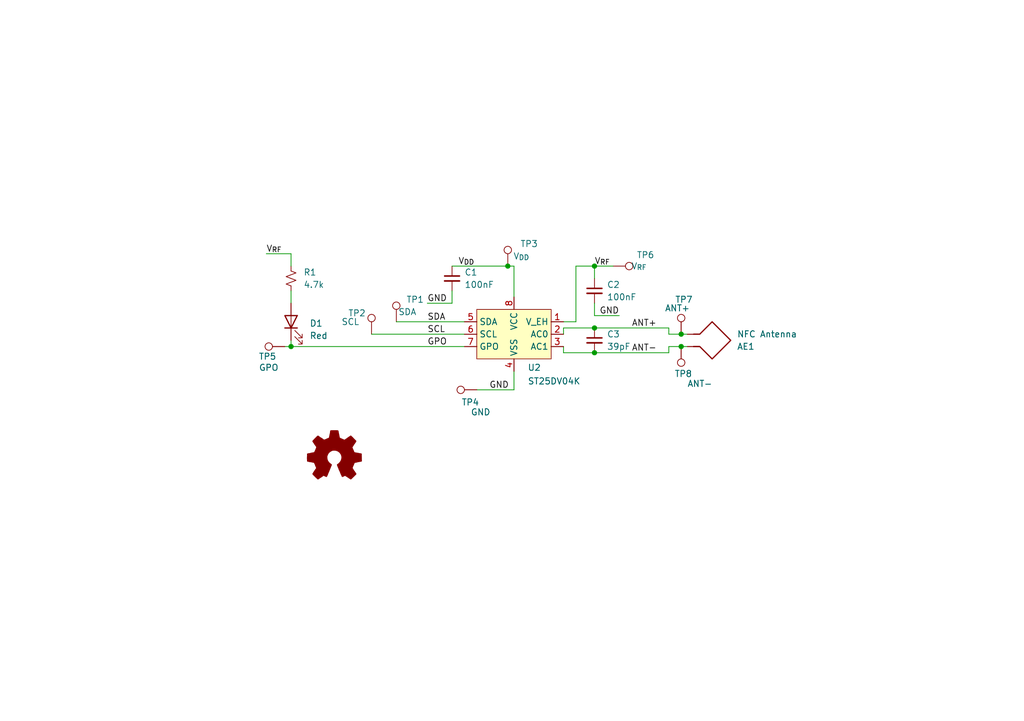
<source format=kicad_sch>
(kicad_sch (version 20231120) (generator "eeschema") (generator_version "8.0")
  (paper "A5")
  (title_block (title "Business Card") (date "2024-05-19") (rev "1") (company "Crab Labs") (comment 1 "Author: Orion Serup") (comment 2 "License: CC BY-SA 4.0"))
  (lib_symbols
    (symbol "Connector:TestPoint" (pin_numbers hide) (pin_names (offset 0.762) hide)
      (property "Reference" "TP" (at 0 6.858 0))
      (property "Value" "TestPoint" (at 0 5.08 0))
      (symbol "TestPoint_0_1"
        (circle (center 0 3.302) (radius 0.762))
      )
      (symbol "TestPoint_1_1"
        (pin passive line (at 0 0 90) (length 2.54) (name "1") (number "1"))
      )
    )
    (symbol "Device:Antenna_Loop" (pin_numbers hide) (pin_names (offset 1.016) hide)
      (property "Reference" "AE" (at 1.27 6.35 0))
      (property "Value" "Antenna_Loop" (at 1.27 5.08 0))
      (symbol "Antenna_Loop_0_1"
        (polyline (pts (xy 2.54 -3.81) (xy 2.54 -2.54) (xy 5.08 0) (xy 1.27 3.81) (xy -2.54 0) (xy 0 -2.54) (xy 0 -3.81)) (stroke (width 0.254)))
      )
      (symbol "Antenna_Loop_1_1"
        (pin input line (at 0 -5.08 90) (length 2.54) (name "~") (number "1"))
        (pin input line (at 2.54 -5.08 90) (length 2.54) (name "~") (number "2"))
      )
    )
    (symbol "Device:C_Small" (pin_numbers hide) (pin_names (offset 0.254) hide)
      (property "Reference" "C" (at 0.254 1.778 0))
      (property "Value" "C_Small" (at 0.254 -2.032 0))
      (symbol "C_Small_0_1"
        (polyline (pts (xy -1.524 -0.508) (xy 1.524 -0.508)) (stroke (width 0.3302)))
        (polyline (pts (xy -1.524 0.508) (xy 1.524 0.508)) (stroke (width 0.3048)))
      )
      (symbol "C_Small_1_1"
        (pin passive line (at 0 2.54 270) (length 2.032) (name "~") (number "1"))
        (pin passive line (at 0 -2.54 90) (length 2.032) (name "~") (number "2"))
      )
    )
    (symbol "Device:LED" (pin_numbers hide) (pin_names (offset 1.016) hide)
      (property "Reference" "D" (at 0 2.54 0))
      (property "Value" "LED" (at 0 -2.54 0))
      (symbol "LED_0_1"
        (polyline (pts (xy -1.27 -1.27) (xy -1.27 1.27)) (stroke (width 0.254)))
        (polyline (pts (xy -1.27 0) (xy 1.27 0)))
        (polyline (pts (xy 1.27 -1.27) (xy 1.27 1.27) (xy -1.27 0) (xy 1.27 -1.27)) (stroke (width 0.254)))
        (polyline (pts (xy -3.048 -0.762) (xy -4.572 -2.286) (xy -3.81 -2.286) (xy -4.572 -2.286) (xy -4.572 -1.524)))
        (polyline (pts (xy -1.778 -0.762) (xy -3.302 -2.286) (xy -2.54 -2.286) (xy -3.302 -2.286) (xy -3.302 -1.524)))
      )
      (symbol "LED_1_1"
        (pin passive line (at -3.81 0 0) (length 2.54) (name "K") (number "1"))
        (pin passive line (at 3.81 0 180) (length 2.54) (name "A") (number "2"))
      )
    )
    (symbol "Device:R_Small_US" (pin_numbers hide) (pin_names (offset 0.254) hide)
      (property "Reference" "R" (at 0.762 0.508 0))
      (property "Value" "R_Small_US" (at 0.762 -1.016 0))
      (symbol "R_Small_US_1_1"
        (polyline (pts (xy 0 0) (xy 1.016 -0.381) (xy 0 -0.762) (xy -1.016 -1.143) (xy 0 -1.524)))
        (polyline (pts (xy 0 1.524) (xy 1.016 1.143) (xy 0 0.762) (xy -1.016 0.381) (xy 0 0)))
        (pin passive line (at 0 2.54 270) (length 1.016) (name "~") (number "1"))
        (pin passive line (at 0 -2.54 90) (length 1.016) (name "~") (number "2"))
      )
    )
    (symbol "Graphic:Logo_Open_Hardware_Small" (in_bom no) (on_board no)
      (symbol "Logo_Open_Hardware_Small_0_1"
        (polyline (pts (xy 3.3528 -4.3434) (xy 3.302 -4.318) (xy 3.175 -4.2418) (xy 2.9972 -4.1148) (xy 2.7686 -3.9624) (xy 2.54 -3.81) (xy 2.3622 -3.7084) (xy 2.2352 -3.6068) (xy 2.1844 -3.5814) (xy 2.159 -3.6068) (xy 2.0574 -3.6576) (xy 1.905 -3.7338) (xy 1.8034 -3.7846) (xy 1.6764 -3.8354) (xy 1.6002 -3.8354) (xy 1.6002 -3.8354) (xy 1.5494 -3.7338) (xy 1.4732 -3.5306) (xy 1.3462 -3.302) (xy 1.2446 -3.0226) (xy 1.1176 -2.7178) (xy 0.9652 -2.413) (xy 0.8636 -2.1082) (xy 0.7366 -1.8288) (xy 0.6604 -1.6256) (xy 0.6096 -1.4732) (xy 0.5842 -1.397) (xy 0.5842 -1.397) (xy 0.6604 -1.3208) (xy 0.7874 -1.2446) (xy 1.0414 -1.016) (xy 1.2954 -0.6858) (xy 1.4478 -0.3302) (xy 1.524 0.0762) (xy 1.4732 0.4572) (xy 1.3208 0.8128) (xy 1.0668 1.143) (xy 0.762 1.3716) (xy 0.4064 1.524) (xy 0 1.5748) (xy -0.381 1.5494) (xy -0.7366 1.397) (xy -1.0668 1.143) (xy -1.2192 0.9906) (xy -1.397 0.6604) (xy -1.524 0.3048) (xy -1.524 0.2286) (xy -1.4986 -0.1778) (xy -1.397 -0.5334) (xy -1.1938 -0.8636) (xy -0.9144 -1.143) (xy -0.8636 -1.1684) (xy -0.7366 -1.27) (xy -0.635 -1.3462) (xy -0.5842 -1.397) (xy -1.0668 -2.5908) (xy -1.143 -2.794) (xy -1.2954 -3.1242) (xy -1.397 -3.4036) (xy -1.4986 -3.6322) (xy -1.5748 -3.7846) (xy -1.6002 -3.8354) (xy -1.6002 -3.8354) (xy -1.651 -3.8354) (xy -1.7272 -3.81) (xy -1.905 -3.7338) (xy -2.0066 -3.683) (xy -2.1336 -3.6068) (xy -2.2098 -3.5814) (xy -2.2606 -3.6068) (xy -2.3622 -3.683) (xy -2.54 -3.81) (xy -2.7686 -3.9624) (xy -2.9718 -4.0894) (xy -3.1496 -4.2164) (xy -3.302 -4.318) (xy -3.3528 -4.3434) (xy -3.3782 -4.3434) (xy -3.429 -4.318) (xy -3.5306 -4.2164) (xy -3.7084 -4.064) (xy -3.937 -3.8354) (xy -3.9624 -3.81) (xy -4.1656 -3.6068) (xy -4.318 -3.4544) (xy -4.4196 -3.3274) (xy -4.445 -3.2766) (xy -4.445 -3.2766) (xy -4.4196 -3.2258) (xy -4.318 -3.0734) (xy -4.2164 -2.8956) (xy -4.064 -2.667) (xy -3.6576 -2.0828) (xy -3.8862 -1.5494) (xy -3.937 -1.3716) (xy -4.0386 -1.1684) (xy -4.0894 -1.0414) (xy -4.1148 -0.9652) (xy -4.191 -0.9398) (xy -4.318 -0.9144) (xy -4.5466 -0.8636) (xy -4.8006 -0.8128) (xy -5.0546 -0.7874) (xy -5.2578 -0.7366) (xy -5.4356 -0.7112) (xy -5.5118 -0.6858) (xy -5.5118 -0.6858) (xy -5.5372 -0.635) (xy -5.5372 -0.5588) (xy -5.5372 -0.4318) (xy -5.5626 -0.2286) (xy -5.5626 0.0762) (xy -5.5626 0.127) (xy -5.5372 0.4064) (xy -5.5372 0.635) (xy -5.5372 0.762) (xy -5.5372 0.8382) (xy -5.5372 0.8382) (xy -5.461 0.8382) (xy -5.3086 0.889) (xy -5.08 0.9144) (xy -4.826 0.9652) (xy -4.8006 0.9906) (xy -4.5466 1.0414) (xy -4.318 1.0668) (xy -4.1656 1.1176) (xy -4.0894 1.143) (xy -4.0894 1.143) (xy -4.0386 1.2446) (xy -3.9624 1.4224) (xy -3.8608 1.6256) (xy -3.7846 1.8288) (xy -3.7084 2.0066) (xy -3.6576 2.159) (xy -3.6322 2.2098) (xy -3.6322 2.2098) (xy -3.683 2.286) (xy -3.7592 2.413) (xy -3.8862 2.5908) (xy -4.064 2.8194) (xy -4.064 2.8448) (xy -4.2164 3.0734) (xy -4.3434 3.2512) (xy -4.4196 3.3782) (xy -4.445 3.4544) (xy -4.445 3.4544) (xy -4.3942 3.5052) (xy -4.2926 3.6322) (xy -4.1148 3.81) (xy -3.937 4.0132) (xy -3.8608 4.064) (xy -3.6576 4.2926) (xy -3.5052 4.4196) (xy -3.4036 4.4958) (xy -3.3528 4.5212) (xy -3.3528 4.5212) (xy -3.302 4.4704) (xy -3.1496 4.3688) (xy -2.9718 4.2418) (xy -2.7432 4.0894) (xy -2.7178 4.0894) (xy -2.4892 3.937) (xy -2.3114 3.81) (xy -2.1844 3.7084) (xy -2.1336 3.683) (xy -2.1082 3.683) (xy -2.032 3.7084) (xy -1.8542 3.7592) (xy -1.6764 3.8354) (xy -1.4732 3.937) (xy -1.27 4.0132) (xy -1.143 4.064) (xy -1.0668 4.1148) (xy -1.0668 4.1148) (xy -1.0414 4.191) (xy -1.016 4.3434) (xy -0.9652 4.572) (xy -0.9144 4.8514) (xy -0.889 4.9022) (xy -0.8382 5.1562) (xy -0.8128 5.3848) (xy -0.7874 5.5372) (xy -0.762 5.588) (xy -0.7112 5.6134) (xy -0.5842 5.6134) (xy -0.4064 5.6134) (xy -0.1524 5.6134) (xy 0.0762 5.6134) (xy 0.3302 5.6134) (xy 0.5334 5.6134) (xy 0.6858 5.588) (xy 0.7366 5.588) (xy 0.7366 5.588) (xy 0.762 5.5118) (xy 0.8128 5.334) (xy 0.8382 5.1054) (xy 0.9144 4.826) (xy 0.9144 4.7752) (xy 0.9652 4.5212) (xy 1.016 4.2926) (xy 1.0414 4.1402) (xy 1.0668 4.0894) (xy 1.0668 4.0894) (xy 1.1938 4.0386) (xy 1.3716 3.9624) (xy 1.5748 3.8608) (xy 2.0828 3.6576) (xy 2.7178 4.0894) (xy 2.7686 4.1402) (xy 2.9972 4.2926) (xy 3.175 4.4196) (xy 3.302 4.4958) (xy 3.3782 4.5212) (xy 3.3782 4.5212) (xy 3.429 4.4704) (xy 3.556 4.3434) (xy 3.7338 4.191) (xy 3.9116 3.9878) (xy 4.064 3.8354) (xy 4.2418 3.6576) (xy 4.3434 3.556) (xy 4.4196 3.4798) (xy 4.4196 3.429) (xy 4.4196 3.4036) (xy 4.3942 3.3274) (xy 4.2926 3.2004) (xy 4.1656 2.9972) (xy 4.0132 2.794) (xy 3.8862 2.5908) (xy 3.7592 2.3876) (xy 3.6576 2.2352) (xy 3.6322 2.159) (xy 3.6322 2.1336) (xy 3.683 2.0066) (xy 3.7592 1.8288) (xy 3.8608 1.6002) (xy 4.064 1.1176) (xy 4.3942 1.0414) (xy 4.5974 1.016) (xy 4.8768 0.9652) (xy 5.1308 0.9144) (xy 5.5372 0.8382) (xy 5.5626 -0.6604) (xy 5.4864 -0.6858) (xy 5.4356 -0.6858) (xy 5.2832 -0.7366) (xy 5.0546 -0.762) (xy 4.8006 -0.8128) (xy 4.5974 -0.8636) (xy 4.3688 -0.9144) (xy 4.2164 -0.9398) (xy 4.1402 -0.9398) (xy 4.1148 -0.9652) (xy 4.064 -1.0668) (xy 3.9878 -1.2446) (xy 3.9116 -1.4478) (xy 3.81 -1.651) (xy 3.7338 -1.8542) (xy 3.683 -2.0066) (xy 3.6576 -2.0828) (xy 3.683 -2.1336) (xy 3.7846 -2.2606) (xy 3.8862 -2.4638) (xy 4.0386 -2.667) (xy 4.191 -2.8956) (xy 4.318 -3.0734) (xy 4.3942 -3.2004) (xy 4.445 -3.2766) (xy 4.4196 -3.3274) (xy 4.3434 -3.429) (xy 4.1656 -3.5814) (xy 3.937 -3.8354) (xy 3.8862 -3.8608) (xy 3.683 -4.064) (xy 3.5306 -4.2164) (xy 3.4036 -4.318) (xy 3.3528 -4.3434)) (fill (type outline)))
      )
    )
    (symbol "RF_NFC:ST25DV64K-IER8C3"
      (property "Reference" "U" (at 6.35 6.35 0))
      (property "Value" "ST25DV64K-IER8C3" (at 10.795 -6.35 0))
      (symbol "ST25DV64K-IER8C3_1_1"
        (rectangle (start -7.62 5.08) (end 7.62 -5.08) (fill (type background)))
        (pin power_out line (at 10.16 2.54 180) (length 2.54) (name "V_EH") (number "1"))
        (pin passive line (at 10.16 0 180) (length 2.54) (name "AC0") (number "2"))
        (pin passive line (at 10.16 -2.54 180) (length 2.54) (name "AC1") (number "3"))
        (pin power_in line (at 0 -7.62 90) (length 2.54) (name "VSS") (number "4"))
        (pin bidirectional line (at -10.16 2.54 0) (length 2.54) (name "SDA") (number "5"))
        (pin input line (at -10.16 0 0) (length 2.54) (name "SCL") (number "6"))
        (pin open_collector line (at -10.16 -2.54 0) (length 2.54) (name "GPO") (number "7"))
        (pin power_in line (at 0 7.62 270) (length 2.54) (name "VCC") (number "8"))
        (pin no_connect line (at 2.54 5.08 270) (length 2.54) hide (name "NC") (number "9"))
      )
    )
  )
  (junction (at 139.7 71.12))
  (junction (at 59.69 71.12))
  (junction (at 139.7 68.58))
  (junction (at 121.92 72.39))
  (junction (at 121.92 54.61))
  (junction (at 104.14 54.61))
  (junction (at 121.92 67.31))
  (wire (pts (xy 59.69 69.85) (xy 59.69 71.12)))
  (wire (pts (xy 139.7 71.12) (xy 140.97 71.12)))
  (wire (pts (xy 137.16 68.58) (xy 139.7 68.58)))
  (wire (pts (xy 58.42 71.12) (xy 59.69 71.12)))
  (wire (pts (xy 115.57 67.31) (xy 115.57 68.58)))
  (wire (pts (xy 92.71 59.69) (xy 92.71 62.23)))
  (wire (pts (xy 105.41 76.2) (xy 105.41 80.01)))
  (wire (pts (xy 121.92 54.61) (xy 125.73 54.61)))
  (wire (pts (xy 92.71 54.61) (xy 104.14 54.61)))
  (wire (pts (xy 59.69 71.12) (xy 95.25 71.12)))
  (wire (pts (xy 76.2 68.58) (xy 95.25 68.58)))
  (wire (pts (xy 97.79 80.01) (xy 105.41 80.01)))
  (wire (pts (xy 137.16 71.12) (xy 139.7 71.12)))
  (wire (pts (xy 121.92 62.23) (xy 121.92 64.77)))
  (wire (pts (xy 115.57 72.39) (xy 115.57 71.12)))
  (wire (pts (xy 115.57 67.31) (xy 121.92 67.31)))
  (wire (pts (xy 59.69 59.69) (xy 59.69 62.23)))
  (wire (pts (xy 118.11 66.04) (xy 115.57 66.04)))
  (wire (pts (xy 87.63 62.23) (xy 92.71 62.23)))
  (wire (pts (xy 115.57 72.39) (xy 121.92 72.39)))
  (wire (pts (xy 121.92 67.31) (xy 137.16 67.31)))
  (wire (pts (xy 127 64.77) (xy 121.92 64.77)))
  (wire (pts (xy 105.41 54.61) (xy 105.41 60.96)))
  (wire (pts (xy 81.28 66.04) (xy 95.25 66.04)))
  (wire (pts (xy 118.11 54.61) (xy 121.92 54.61)))
  (wire (pts (xy 121.92 54.61) (xy 121.92 57.15)))
  (wire (pts (xy 137.16 72.39) (xy 137.16 71.12)))
  (wire (pts (xy 59.69 52.07) (xy 59.69 54.61)))
  (wire (pts (xy 139.7 68.58) (xy 140.97 68.58)))
  (wire (pts (xy 54.61 52.07) (xy 59.69 52.07)))
  (wire (pts (xy 137.16 67.31) (xy 137.16 68.58)))
  (wire (pts (xy 118.11 54.61) (xy 118.11 66.04)))
  (wire (pts (xy 121.92 72.39) (xy 137.16 72.39)))
  (wire (pts (xy 104.14 54.61) (xy 105.41 54.61)))
  (label "GND" (at 100.33 80.01 0))
  (label "V_{RF}" (at 54.61 52.07 0))
  (label "V_{RF}" (at 121.92 54.61 0))
  (label "SDA" (at 87.63 66.04 0))
  (label "ANT-" (at 129.54 72.39 0))
  (label "ANT+" (at 129.54 67.31 0))
  (label "GND" (at 127 64.77 180))
  (label "GPO" (at 87.63 71.12 0))
  (label "V_{DD}" (at 93.98 54.61 0))
  (label "GND" (at 87.63 62.23 0))
  (label "SCL" (at 87.63 68.58 0))
  (symbol (lib_id "Device:LED") (at 59.69 66.04 90) (unit 1)
    (property "Reference" "D1" (at 63.5 66.3574 90) (effects (justify right)))
    (property "Value" "Red" (at 63.5 68.8974 90) (effects (justify right)))
    (property "Footprint" "LED_SMD:LED_0402_1005Metric" (effects (hide yes)))
    (property "Description" "Light emitting diode" (effects (hide yes)))
    (property "MPN" "XL-1005SURC" (effects (hide yes)))
  )
  (symbol (lib_id "Connector:TestPoint") (at 125.73 54.61 270) (unit 1) (exclude_from_sim yes) (in_bom no)
    (property "Reference" "TP6" (at 130.556 52.324 90) (effects (justify left)))
    (property "Value" "${SHORT_NET_NAME(1)}" (at 130.81 54.61 90) (effects (justify left)))
    (property "Footprint" "TestPoint:TestPoint_Pad_D1.0mm" (effects (hide yes)))
    (property "Description" "test point" (effects (hide yes)))
  )
  (symbol (lib_id "Device:R_Small_US") (at 59.69 57.15 0) (unit 1)
    (property "Reference" "R1" (at 62.23 55.8799 0) (effects (justify left)))
    (property "Value" "4.7k" (at 62.23 58.4199 0) (effects (justify left)))
    (property "Footprint" "Resistor_SMD:R_0402_1005Metric" (effects (hide yes)))
    (property "Description" "Resistor, small US symbol" (effects (hide yes)))
    (property "MPN" "RC0402FR-074K7L" (effects (hide yes)))
  )
  (symbol (lib_id "Device:Antenna_Loop") (at 146.05 71.12 270) (mirror x) (unit 1) (in_bom no)
    (property "Reference" "AE1" (at 151.13 71.1201 90) (effects (justify left)))
    (property "Value" "NFC Antenna" (at 151.13 68.5801 90) (effects (justify left)))
    (property "Footprint" "Footprints:Antenna" (effects (hide yes)))
    (property "Description" "Loop antenna" (effects (hide yes)))
  )
  (symbol (lib_id "RF_NFC:ST25DV64K-IER8C3") (at 105.41 68.58 0) (unit 1)
    (property "Reference" "U2" (at 108.204 75.438 0) (effects (justify left)))
    (property "Value" "ST25DV04K" (at 108.204 78.232 0) (effects (justify left)))
    (property "Footprint" "Package_DFN_QFN:DFN-8-1EP_3x2mm_P0.5mm_EP1.36x1.46mm" (effects (hide yes)))
    (property "Datasheet" "https://www.st.com/resource/en/datasheet/st25dv04k.pdf" (effects (hide yes)))
    (property "Description" "Dynamic NFC/RFID tag IC with 64-Kbit EEPROM, UFDFPN-8" (effects (hide yes)))
    (property "MPN" "ST25DV04K-IER6C3" (effects (hide yes)))
  )
  (symbol (lib_id "Connector:TestPoint") (at 139.7 68.58 0) (unit 1) (exclude_from_sim yes) (in_bom no)
    (property "Reference" "TP7" (at 138.43 61.468 0) (effects (justify left)))
    (property "Value" "${SHORT_NET_NAME(1)}" (at 138.684 63.246 0) (effects (justify left)))
    (property "Footprint" "TestPoint:TestPoint_Pad_D1.0mm" (effects (hide yes)))
    (property "Description" "test point" (effects (hide yes)))
  )
  (symbol (lib_id "Connector:TestPoint") (at 139.7 71.12 180) (unit 1) (exclude_from_sim yes) (in_bom no)
    (property "Reference" "TP8" (at 141.986 76.708 0) (effects (justify left)))
    (property "Value" "${SHORT_NET_NAME(1)}" (at 143.764 78.74 0) (effects (justify left)))
    (property "Footprint" "TestPoint:TestPoint_Pad_D1.0mm" (effects (hide yes)))
    (property "Description" "test point" (effects (hide yes)))
  )
  (symbol (lib_id "Graphic:Logo_Open_Hardware_Small") (at 68.58 93.98 0) (unit 1) (exclude_from_sim yes) (in_bom no) (on_board no)
    (property "Reference" "#SYM1" (effects (hide yes)))
    (property "Value" "Logo_Open_Hardware_Small" (effects (hide yes)))
    (property "Description" "Open Hardware logo, small" (effects (hide yes)))
  )
  (symbol (lib_id "Connector:TestPoint") (at 97.79 80.01 90) (unit 1) (exclude_from_sim yes) (in_bom no)
    (property "Reference" "TP4" (at 98.298 82.55 90) (effects (justify left)))
    (property "Value" "${SHORT_NET_NAME(1)}" (at 98.806 84.582 90) (effects (justify left)))
    (property "Footprint" "TestPoint:TestPoint_Pad_D1.0mm" (effects (hide yes)))
    (property "Description" "test point" (effects (hide yes)))
  )
  (symbol (lib_id "Connector:TestPoint") (at 58.42 71.12 90) (unit 1) (exclude_from_sim yes) (in_bom no)
    (property "Reference" "TP5" (at 54.864 73.152 90))
    (property "Value" "${SHORT_NET_NAME(1)}" (at 55.118 75.438 90))
    (property "Footprint" "TestPoint:TestPoint_Pad_D1.0mm" (effects (hide yes)))
    (property "Description" "test point" (effects (hide yes)))
  )
  (symbol (lib_id "Device:C_Small") (at 121.92 69.85 0) (unit 1)
    (property "Reference" "C3" (at 124.46 68.5862 0) (effects (justify left)))
    (property "Value" "39pF" (at 124.46 71.1262 0) (effects (justify left)))
    (property "Footprint" "Capacitor_SMD:C_0402_1005Metric" (effects (hide yes)))
    (property "Description" "Unpolarized capacitor, small symbol" (effects (hide yes)))
    (property "MPN" "GRM1552C1H390JA01D" (effects (hide yes)))
  )
  (symbol (lib_id "Connector:TestPoint") (at 76.2 68.58 0) (unit 1) (exclude_from_sim yes) (in_bom no)
    (property "Reference" "TP2" (at 71.374 64.262 0) (effects (justify left)))
    (property "Value" "${SHORT_NET_NAME(1)}" (at 71.628 66.04 0) (effects (justify left)))
    (property "Footprint" "TestPoint:TestPoint_Pad_D1.0mm" (effects (hide yes)))
    (property "Description" "test point" (effects (hide yes)))
  )
  (symbol (lib_id "Connector:TestPoint") (at 104.14 54.61 0) (unit 1) (exclude_from_sim yes) (in_bom no)
    (property "Reference" "TP3" (at 106.68 50.0379 0) (effects (justify left)))
    (property "Value" "${SHORT_NET_NAME(1)}" (at 106.68 52.5779 0) (effects (justify left)))
    (property "Footprint" "TestPoint:TestPoint_Pad_D1.0mm" (effects (hide yes)))
    (property "Description" "test point" (effects (hide yes)))
  )
  (symbol (lib_id "Device:C_Small") (at 92.71 57.15 0) (unit 1)
    (property "Reference" "C1" (at 95.25 55.8862 0) (effects (justify left)))
    (property "Value" "100nF" (at 95.25 58.4262 0) (effects (justify left)))
    (property "Footprint" "Capacitor_SMD:C_0402_1005Metric" (effects (hide yes)))
    (property "Description" "Unpolarized capacitor, small symbol" (effects (hide yes)))
    (property "MPN" "GRM155B31E104KA87D" (effects (hide yes)))
  )
  (symbol (lib_id "Device:C_Small") (at 121.92 59.69 0) (unit 1)
    (property "Reference" "C2" (at 124.46 58.4262 0) (effects (justify left)))
    (property "Value" "100nF" (at 124.46 60.9662 0) (effects (justify left)))
    (property "Footprint" "Capacitor_SMD:C_0402_1005Metric" (effects (hide yes)))
    (property "Description" "Unpolarized capacitor, small symbol" (effects (hide yes)))
    (property "MPN" "GRM155B31E104KA87D" (effects (hide yes)))
  )
  (symbol (lib_id "Connector:TestPoint") (at 81.28 66.04 0) (unit 1) (exclude_from_sim yes) (in_bom no)
    (property "Reference" "TP1" (at 83.312 61.468 0) (effects (justify left)))
    (property "Value" "${SHORT_NET_NAME(1)}" (at 83.312 64.008 0) (effects (justify left)))
    (property "Footprint" "TestPoint:TestPoint_Pad_D1.0mm" (effects (hide yes)))
    (property "Description" "test point" (effects (hide yes)))
  )
)
</source>
